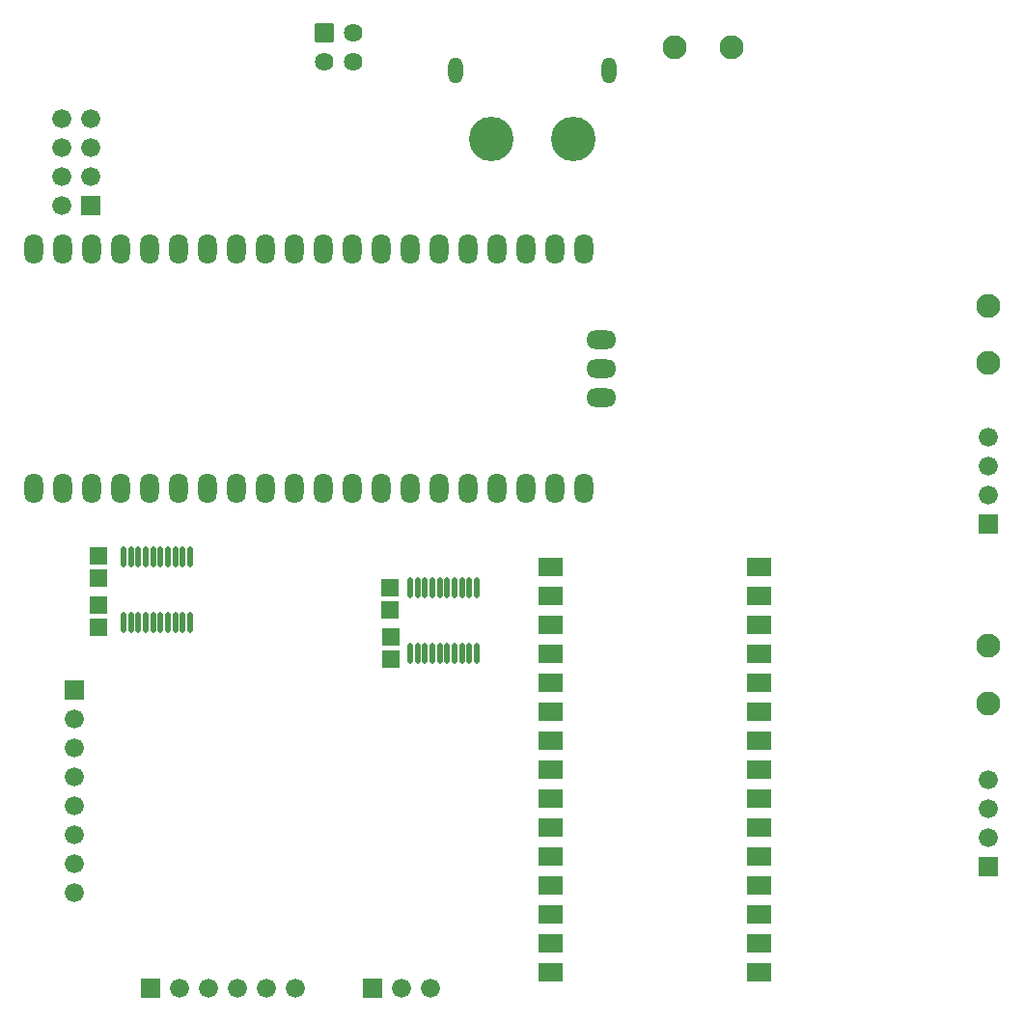
<source format=gbs>
G04 Layer: BottomSolderMaskLayer*
G04 EasyEDA v6.5.48, 2025-01-21 22:01:40*
G04 ce5bcd5d7360488599399ea35ca3f730,208856bd7ad64deca1bfdec547b981c7,10*
G04 Gerber Generator version 0.2*
G04 Scale: 100 percent, Rotated: No, Reflected: No *
G04 Dimensions in millimeters *
G04 leading zeros omitted , absolute positions ,4 integer and 5 decimal *
%FSLAX45Y45*%
%MOMM*%

%AMMACRO1*4,1,8,-0.6961,-0.7558,-0.7258,-0.726,-0.7258,0.7261,-0.6961,0.7558,0.696,0.7558,0.7258,0.7261,0.7258,-0.726,0.696,-0.7558,-0.6961,-0.7558,0*%
%AMMACRO2*4,1,8,-0.8085,-0.8382,-0.8382,-0.8084,-0.8382,0.8085,-0.8085,0.8382,0.8084,0.8382,0.8382,0.8085,0.8382,-0.8084,0.8084,-0.8382,-0.8085,-0.8382,0*%
%AMMACRO3*4,1,8,-0.7831,-0.8128,-0.8128,-0.783,-0.8128,0.7831,-0.7831,0.8128,0.783,0.8128,0.8128,0.7831,0.8128,-0.783,0.783,-0.8128,-0.7831,-0.8128,0*%
%ADD10MACRO1*%
%ADD11O,0.4656074X1.8436082*%
%ADD12O,2.6416X1.6256000000000002*%
%ADD13O,1.6256000000000002X2.6416*%
%ADD14O,1.3000228X2.3000208*%
%ADD15C,3.9000*%
%ADD16MACRO2*%
%ADD17C,1.6764*%
%ADD18MACRO3*%
%ADD19C,1.6256*%
%ADD20C,2.1016*%
%ADD21C,0.0104*%

%LPD*%
D10*
G01*
X698500Y-5586402D03*
G01*
X698500Y-5386397D03*
G01*
X3251200Y-5434002D03*
G01*
X3251200Y-5233997D03*
G01*
X698500Y-5154602D03*
G01*
X698500Y-4954597D03*
G01*
X3263900Y-5865802D03*
G01*
X3263900Y-5665797D03*
D11*
G01*
X3428593Y-5237403D03*
G01*
X3493592Y-5237403D03*
G01*
X3558590Y-5237403D03*
G01*
X3623589Y-5237403D03*
G01*
X3688613Y-5237403D03*
G01*
X3753611Y-5237403D03*
G01*
X3818610Y-5237403D03*
G01*
X3883609Y-5237403D03*
G01*
X3948607Y-5237403D03*
G01*
X4013606Y-5237403D03*
G01*
X3428593Y-5811596D03*
G01*
X3493592Y-5811596D03*
G01*
X3558590Y-5811596D03*
G01*
X3623589Y-5811596D03*
G01*
X3688613Y-5811596D03*
G01*
X3753611Y-5811596D03*
G01*
X3818610Y-5811596D03*
G01*
X3883609Y-5811596D03*
G01*
X3948607Y-5811596D03*
G01*
X4013606Y-5811596D03*
D12*
G01*
X5105400Y-3568700D03*
D13*
G01*
X127000Y-2264689D03*
G01*
X381000Y-2264689D03*
G01*
X635000Y-2264689D03*
G01*
X889000Y-2264689D03*
G01*
X1143000Y-2264689D03*
G01*
X1397000Y-2264689D03*
G01*
X1651000Y-2264689D03*
G01*
X1905000Y-2264689D03*
G01*
X2159000Y-2264689D03*
G01*
X2413000Y-2264689D03*
G01*
X2667000Y-2264689D03*
G01*
X2921000Y-2264689D03*
G01*
X3175000Y-2264689D03*
G01*
X3429000Y-2264689D03*
G01*
X3683000Y-2264689D03*
G01*
X3937000Y-2264689D03*
G01*
X4191000Y-2264689D03*
G01*
X4445000Y-2264689D03*
G01*
X4699000Y-2264689D03*
G01*
X4953000Y-2264689D03*
G01*
X4953000Y-4364710D03*
G01*
X4699000Y-4364710D03*
G01*
X4445000Y-4364710D03*
G01*
X4191000Y-4364710D03*
G01*
X3937000Y-4364710D03*
G01*
X3683000Y-4364710D03*
G01*
X3429000Y-4364710D03*
G01*
X3175000Y-4364710D03*
G01*
X2921000Y-4364710D03*
G01*
X2667000Y-4364710D03*
G01*
X2413000Y-4364710D03*
G01*
X2159000Y-4364710D03*
G01*
X1905000Y-4364710D03*
G01*
X1651000Y-4364710D03*
G01*
X1397000Y-4364710D03*
G01*
X1143000Y-4364710D03*
G01*
X889000Y-4364710D03*
G01*
X635000Y-4364710D03*
G01*
X381000Y-4364710D03*
G01*
X127000Y-4364710D03*
D12*
G01*
X5105400Y-3060700D03*
G01*
X5105400Y-3314700D03*
G36*
X4559300Y-5135879D02*
G01*
X4558802Y-5135854D01*
X4558309Y-5135783D01*
X4557824Y-5135661D01*
X4557356Y-5135493D01*
X4556904Y-5135280D01*
X4556478Y-5135024D01*
X4556076Y-5134726D01*
X4555708Y-5134391D01*
X4555373Y-5134023D01*
X4555075Y-5133621D01*
X4554819Y-5133195D01*
X4554606Y-5132743D01*
X4554438Y-5132275D01*
X4554316Y-5131790D01*
X4554245Y-5131297D01*
X4554220Y-5130800D01*
X4554220Y-4978400D01*
X4554245Y-4977902D01*
X4554316Y-4977409D01*
X4554438Y-4976924D01*
X4554606Y-4976456D01*
X4554819Y-4976004D01*
X4555075Y-4975578D01*
X4555373Y-4975176D01*
X4555708Y-4974808D01*
X4556076Y-4974473D01*
X4556478Y-4974175D01*
X4556904Y-4973919D01*
X4557356Y-4973706D01*
X4557824Y-4973538D01*
X4558309Y-4973416D01*
X4558802Y-4973345D01*
X4559300Y-4973320D01*
X4762500Y-4973320D01*
X4762997Y-4973345D01*
X4763490Y-4973416D01*
X4763975Y-4973538D01*
X4764443Y-4973706D01*
X4764895Y-4973919D01*
X4765321Y-4974175D01*
X4765723Y-4974473D01*
X4766091Y-4974808D01*
X4766426Y-4975176D01*
X4766724Y-4975578D01*
X4766980Y-4976004D01*
X4767193Y-4976456D01*
X4767361Y-4976924D01*
X4767483Y-4977409D01*
X4767554Y-4977902D01*
X4767579Y-4978400D01*
X4767579Y-5130800D01*
X4767554Y-5131297D01*
X4767483Y-5131790D01*
X4767361Y-5132275D01*
X4767193Y-5132743D01*
X4766980Y-5133195D01*
X4766724Y-5133621D01*
X4766426Y-5134023D01*
X4766091Y-5134391D01*
X4765723Y-5134726D01*
X4765321Y-5135024D01*
X4764895Y-5135280D01*
X4764443Y-5135493D01*
X4763975Y-5135661D01*
X4763490Y-5135783D01*
X4762997Y-5135854D01*
X4762500Y-5135879D01*
G37*
G36*
X4559300Y-5389879D02*
G01*
X4558802Y-5389854D01*
X4558309Y-5389783D01*
X4557824Y-5389661D01*
X4557356Y-5389493D01*
X4556904Y-5389280D01*
X4556478Y-5389024D01*
X4556076Y-5388726D01*
X4555708Y-5388391D01*
X4555373Y-5388023D01*
X4555075Y-5387621D01*
X4554819Y-5387195D01*
X4554606Y-5386743D01*
X4554438Y-5386275D01*
X4554316Y-5385790D01*
X4554245Y-5385297D01*
X4554220Y-5384800D01*
X4554220Y-5232400D01*
X4554245Y-5231902D01*
X4554316Y-5231409D01*
X4554438Y-5230924D01*
X4554606Y-5230456D01*
X4554819Y-5230004D01*
X4555075Y-5229578D01*
X4555373Y-5229176D01*
X4555708Y-5228808D01*
X4556076Y-5228473D01*
X4556478Y-5228175D01*
X4556904Y-5227919D01*
X4557356Y-5227706D01*
X4557824Y-5227538D01*
X4558309Y-5227416D01*
X4558802Y-5227345D01*
X4559300Y-5227320D01*
X4762500Y-5227320D01*
X4762997Y-5227345D01*
X4763490Y-5227416D01*
X4763975Y-5227538D01*
X4764443Y-5227706D01*
X4764895Y-5227919D01*
X4765321Y-5228175D01*
X4765723Y-5228473D01*
X4766091Y-5228808D01*
X4766426Y-5229176D01*
X4766724Y-5229578D01*
X4766980Y-5230004D01*
X4767193Y-5230456D01*
X4767361Y-5230924D01*
X4767483Y-5231409D01*
X4767554Y-5231902D01*
X4767579Y-5232400D01*
X4767579Y-5384800D01*
X4767554Y-5385297D01*
X4767483Y-5385790D01*
X4767361Y-5386275D01*
X4767193Y-5386743D01*
X4766980Y-5387195D01*
X4766724Y-5387621D01*
X4766426Y-5388023D01*
X4766091Y-5388391D01*
X4765723Y-5388726D01*
X4765321Y-5389024D01*
X4764895Y-5389280D01*
X4764443Y-5389493D01*
X4763975Y-5389661D01*
X4763490Y-5389783D01*
X4762997Y-5389854D01*
X4762500Y-5389879D01*
G37*
G36*
X4559300Y-5643879D02*
G01*
X4558802Y-5643854D01*
X4558309Y-5643783D01*
X4557824Y-5643661D01*
X4557356Y-5643493D01*
X4556904Y-5643280D01*
X4556478Y-5643024D01*
X4556076Y-5642726D01*
X4555708Y-5642391D01*
X4555373Y-5642023D01*
X4555075Y-5641621D01*
X4554819Y-5641195D01*
X4554606Y-5640743D01*
X4554438Y-5640275D01*
X4554316Y-5639790D01*
X4554245Y-5639297D01*
X4554220Y-5638800D01*
X4554220Y-5486400D01*
X4554245Y-5485902D01*
X4554316Y-5485409D01*
X4554438Y-5484924D01*
X4554606Y-5484456D01*
X4554819Y-5484004D01*
X4555075Y-5483578D01*
X4555373Y-5483176D01*
X4555708Y-5482808D01*
X4556076Y-5482473D01*
X4556478Y-5482175D01*
X4556904Y-5481919D01*
X4557356Y-5481706D01*
X4557824Y-5481538D01*
X4558309Y-5481416D01*
X4558802Y-5481345D01*
X4559300Y-5481320D01*
X4762500Y-5481320D01*
X4762997Y-5481345D01*
X4763490Y-5481416D01*
X4763975Y-5481538D01*
X4764443Y-5481706D01*
X4764895Y-5481919D01*
X4765321Y-5482175D01*
X4765723Y-5482473D01*
X4766091Y-5482808D01*
X4766426Y-5483176D01*
X4766724Y-5483578D01*
X4766980Y-5484004D01*
X4767193Y-5484456D01*
X4767361Y-5484924D01*
X4767483Y-5485409D01*
X4767554Y-5485902D01*
X4767579Y-5486400D01*
X4767579Y-5638800D01*
X4767554Y-5639297D01*
X4767483Y-5639790D01*
X4767361Y-5640275D01*
X4767193Y-5640743D01*
X4766980Y-5641195D01*
X4766724Y-5641621D01*
X4766426Y-5642023D01*
X4766091Y-5642391D01*
X4765723Y-5642726D01*
X4765321Y-5643024D01*
X4764895Y-5643280D01*
X4764443Y-5643493D01*
X4763975Y-5643661D01*
X4763490Y-5643783D01*
X4762997Y-5643854D01*
X4762500Y-5643879D01*
G37*
G36*
X4559300Y-5897879D02*
G01*
X4558802Y-5897854D01*
X4558309Y-5897783D01*
X4557824Y-5897661D01*
X4557356Y-5897493D01*
X4556904Y-5897280D01*
X4556478Y-5897024D01*
X4556076Y-5896726D01*
X4555708Y-5896391D01*
X4555373Y-5896023D01*
X4555075Y-5895621D01*
X4554819Y-5895195D01*
X4554606Y-5894743D01*
X4554438Y-5894275D01*
X4554316Y-5893790D01*
X4554245Y-5893297D01*
X4554220Y-5892800D01*
X4554220Y-5740400D01*
X4554245Y-5739902D01*
X4554316Y-5739409D01*
X4554438Y-5738924D01*
X4554606Y-5738456D01*
X4554819Y-5738004D01*
X4555075Y-5737578D01*
X4555373Y-5737176D01*
X4555708Y-5736808D01*
X4556076Y-5736473D01*
X4556478Y-5736175D01*
X4556904Y-5735919D01*
X4557356Y-5735706D01*
X4557824Y-5735538D01*
X4558309Y-5735416D01*
X4558802Y-5735345D01*
X4559300Y-5735320D01*
X4762500Y-5735320D01*
X4762997Y-5735345D01*
X4763490Y-5735416D01*
X4763975Y-5735538D01*
X4764443Y-5735706D01*
X4764895Y-5735919D01*
X4765321Y-5736175D01*
X4765723Y-5736473D01*
X4766091Y-5736808D01*
X4766426Y-5737176D01*
X4766724Y-5737578D01*
X4766980Y-5738004D01*
X4767193Y-5738456D01*
X4767361Y-5738924D01*
X4767483Y-5739409D01*
X4767554Y-5739902D01*
X4767579Y-5740400D01*
X4767579Y-5892800D01*
X4767554Y-5893297D01*
X4767483Y-5893790D01*
X4767361Y-5894275D01*
X4767193Y-5894743D01*
X4766980Y-5895195D01*
X4766724Y-5895621D01*
X4766426Y-5896023D01*
X4766091Y-5896391D01*
X4765723Y-5896726D01*
X4765321Y-5897024D01*
X4764895Y-5897280D01*
X4764443Y-5897493D01*
X4763975Y-5897661D01*
X4763490Y-5897783D01*
X4762997Y-5897854D01*
X4762500Y-5897879D01*
G37*
G36*
X4559300Y-6151879D02*
G01*
X4558802Y-6151854D01*
X4558309Y-6151783D01*
X4557824Y-6151661D01*
X4557356Y-6151493D01*
X4556904Y-6151280D01*
X4556478Y-6151024D01*
X4556076Y-6150726D01*
X4555708Y-6150391D01*
X4555373Y-6150023D01*
X4555075Y-6149621D01*
X4554819Y-6149195D01*
X4554606Y-6148743D01*
X4554438Y-6148275D01*
X4554316Y-6147790D01*
X4554245Y-6147297D01*
X4554220Y-6146800D01*
X4554220Y-5994400D01*
X4554245Y-5993902D01*
X4554316Y-5993409D01*
X4554438Y-5992924D01*
X4554606Y-5992456D01*
X4554819Y-5992004D01*
X4555075Y-5991578D01*
X4555373Y-5991176D01*
X4555708Y-5990808D01*
X4556076Y-5990473D01*
X4556478Y-5990175D01*
X4556904Y-5989919D01*
X4557356Y-5989706D01*
X4557824Y-5989538D01*
X4558309Y-5989416D01*
X4558802Y-5989345D01*
X4559300Y-5989320D01*
X4762500Y-5989320D01*
X4762997Y-5989345D01*
X4763490Y-5989416D01*
X4763975Y-5989538D01*
X4764443Y-5989706D01*
X4764895Y-5989919D01*
X4765321Y-5990175D01*
X4765723Y-5990473D01*
X4766091Y-5990808D01*
X4766426Y-5991176D01*
X4766724Y-5991578D01*
X4766980Y-5992004D01*
X4767193Y-5992456D01*
X4767361Y-5992924D01*
X4767483Y-5993409D01*
X4767554Y-5993902D01*
X4767579Y-5994400D01*
X4767579Y-6146800D01*
X4767554Y-6147297D01*
X4767483Y-6147790D01*
X4767361Y-6148275D01*
X4767193Y-6148743D01*
X4766980Y-6149195D01*
X4766724Y-6149621D01*
X4766426Y-6150023D01*
X4766091Y-6150391D01*
X4765723Y-6150726D01*
X4765321Y-6151024D01*
X4764895Y-6151280D01*
X4764443Y-6151493D01*
X4763975Y-6151661D01*
X4763490Y-6151783D01*
X4762997Y-6151854D01*
X4762500Y-6151879D01*
G37*
G36*
X4559300Y-6405879D02*
G01*
X4558802Y-6405854D01*
X4558309Y-6405783D01*
X4557824Y-6405661D01*
X4557356Y-6405493D01*
X4556904Y-6405280D01*
X4556478Y-6405024D01*
X4556076Y-6404726D01*
X4555708Y-6404391D01*
X4555373Y-6404023D01*
X4555075Y-6403621D01*
X4554819Y-6403195D01*
X4554606Y-6402743D01*
X4554438Y-6402275D01*
X4554316Y-6401790D01*
X4554245Y-6401297D01*
X4554220Y-6400800D01*
X4554220Y-6248400D01*
X4554245Y-6247902D01*
X4554316Y-6247409D01*
X4554438Y-6246924D01*
X4554606Y-6246456D01*
X4554819Y-6246004D01*
X4555075Y-6245578D01*
X4555373Y-6245176D01*
X4555708Y-6244808D01*
X4556076Y-6244473D01*
X4556478Y-6244175D01*
X4556904Y-6243919D01*
X4557356Y-6243706D01*
X4557824Y-6243538D01*
X4558309Y-6243416D01*
X4558802Y-6243345D01*
X4559300Y-6243320D01*
X4762500Y-6243320D01*
X4762997Y-6243345D01*
X4763490Y-6243416D01*
X4763975Y-6243538D01*
X4764443Y-6243706D01*
X4764895Y-6243919D01*
X4765321Y-6244175D01*
X4765723Y-6244473D01*
X4766091Y-6244808D01*
X4766426Y-6245176D01*
X4766724Y-6245578D01*
X4766980Y-6246004D01*
X4767193Y-6246456D01*
X4767361Y-6246924D01*
X4767483Y-6247409D01*
X4767554Y-6247902D01*
X4767579Y-6248400D01*
X4767579Y-6400800D01*
X4767554Y-6401297D01*
X4767483Y-6401790D01*
X4767361Y-6402275D01*
X4767193Y-6402743D01*
X4766980Y-6403195D01*
X4766724Y-6403621D01*
X4766426Y-6404023D01*
X4766091Y-6404391D01*
X4765723Y-6404726D01*
X4765321Y-6405024D01*
X4764895Y-6405280D01*
X4764443Y-6405493D01*
X4763975Y-6405661D01*
X4763490Y-6405783D01*
X4762997Y-6405854D01*
X4762500Y-6405879D01*
G37*
G36*
X4559300Y-6659879D02*
G01*
X4558802Y-6659854D01*
X4558309Y-6659783D01*
X4557824Y-6659661D01*
X4557356Y-6659493D01*
X4556904Y-6659280D01*
X4556478Y-6659024D01*
X4556076Y-6658726D01*
X4555708Y-6658391D01*
X4555373Y-6658023D01*
X4555075Y-6657621D01*
X4554819Y-6657195D01*
X4554606Y-6656743D01*
X4554438Y-6656275D01*
X4554316Y-6655790D01*
X4554245Y-6655297D01*
X4554220Y-6654800D01*
X4554220Y-6502400D01*
X4554245Y-6501902D01*
X4554316Y-6501409D01*
X4554438Y-6500924D01*
X4554606Y-6500456D01*
X4554819Y-6500004D01*
X4555075Y-6499578D01*
X4555373Y-6499176D01*
X4555708Y-6498808D01*
X4556076Y-6498473D01*
X4556478Y-6498175D01*
X4556904Y-6497919D01*
X4557356Y-6497706D01*
X4557824Y-6497538D01*
X4558309Y-6497416D01*
X4558802Y-6497345D01*
X4559300Y-6497320D01*
X4762500Y-6497320D01*
X4762997Y-6497345D01*
X4763490Y-6497416D01*
X4763975Y-6497538D01*
X4764443Y-6497706D01*
X4764895Y-6497919D01*
X4765321Y-6498175D01*
X4765723Y-6498473D01*
X4766091Y-6498808D01*
X4766426Y-6499176D01*
X4766724Y-6499578D01*
X4766980Y-6500004D01*
X4767193Y-6500456D01*
X4767361Y-6500924D01*
X4767483Y-6501409D01*
X4767554Y-6501902D01*
X4767579Y-6502400D01*
X4767579Y-6654800D01*
X4767554Y-6655297D01*
X4767483Y-6655790D01*
X4767361Y-6656275D01*
X4767193Y-6656743D01*
X4766980Y-6657195D01*
X4766724Y-6657621D01*
X4766426Y-6658023D01*
X4766091Y-6658391D01*
X4765723Y-6658726D01*
X4765321Y-6659024D01*
X4764895Y-6659280D01*
X4764443Y-6659493D01*
X4763975Y-6659661D01*
X4763490Y-6659783D01*
X4762997Y-6659854D01*
X4762500Y-6659879D01*
G37*
G36*
X4559300Y-6913879D02*
G01*
X4558802Y-6913854D01*
X4558309Y-6913783D01*
X4557824Y-6913661D01*
X4557356Y-6913493D01*
X4556904Y-6913280D01*
X4556478Y-6913024D01*
X4556076Y-6912726D01*
X4555708Y-6912391D01*
X4555373Y-6912023D01*
X4555075Y-6911621D01*
X4554819Y-6911195D01*
X4554606Y-6910743D01*
X4554438Y-6910275D01*
X4554316Y-6909790D01*
X4554245Y-6909297D01*
X4554220Y-6908800D01*
X4554220Y-6756400D01*
X4554245Y-6755902D01*
X4554316Y-6755409D01*
X4554438Y-6754924D01*
X4554606Y-6754456D01*
X4554819Y-6754004D01*
X4555075Y-6753578D01*
X4555373Y-6753176D01*
X4555708Y-6752808D01*
X4556076Y-6752473D01*
X4556478Y-6752175D01*
X4556904Y-6751919D01*
X4557356Y-6751706D01*
X4557824Y-6751538D01*
X4558309Y-6751416D01*
X4558802Y-6751345D01*
X4559300Y-6751320D01*
X4762500Y-6751320D01*
X4762997Y-6751345D01*
X4763490Y-6751416D01*
X4763975Y-6751538D01*
X4764443Y-6751706D01*
X4764895Y-6751919D01*
X4765321Y-6752175D01*
X4765723Y-6752473D01*
X4766091Y-6752808D01*
X4766426Y-6753176D01*
X4766724Y-6753578D01*
X4766980Y-6754004D01*
X4767193Y-6754456D01*
X4767361Y-6754924D01*
X4767483Y-6755409D01*
X4767554Y-6755902D01*
X4767579Y-6756400D01*
X4767579Y-6908800D01*
X4767554Y-6909297D01*
X4767483Y-6909790D01*
X4767361Y-6910275D01*
X4767193Y-6910743D01*
X4766980Y-6911195D01*
X4766724Y-6911621D01*
X4766426Y-6912023D01*
X4766091Y-6912391D01*
X4765723Y-6912726D01*
X4765321Y-6913024D01*
X4764895Y-6913280D01*
X4764443Y-6913493D01*
X4763975Y-6913661D01*
X4763490Y-6913783D01*
X4762997Y-6913854D01*
X4762500Y-6913879D01*
G37*
G36*
X4559300Y-7167879D02*
G01*
X4558802Y-7167854D01*
X4558309Y-7167783D01*
X4557824Y-7167661D01*
X4557356Y-7167493D01*
X4556904Y-7167280D01*
X4556478Y-7167024D01*
X4556076Y-7166726D01*
X4555708Y-7166391D01*
X4555373Y-7166023D01*
X4555075Y-7165621D01*
X4554819Y-7165195D01*
X4554606Y-7164743D01*
X4554438Y-7164275D01*
X4554316Y-7163790D01*
X4554245Y-7163297D01*
X4554220Y-7162800D01*
X4554220Y-7010400D01*
X4554245Y-7009902D01*
X4554316Y-7009409D01*
X4554438Y-7008924D01*
X4554606Y-7008456D01*
X4554819Y-7008004D01*
X4555075Y-7007578D01*
X4555373Y-7007176D01*
X4555708Y-7006808D01*
X4556076Y-7006473D01*
X4556478Y-7006175D01*
X4556904Y-7005919D01*
X4557356Y-7005706D01*
X4557824Y-7005538D01*
X4558309Y-7005416D01*
X4558802Y-7005345D01*
X4559300Y-7005320D01*
X4762500Y-7005320D01*
X4762997Y-7005345D01*
X4763490Y-7005416D01*
X4763975Y-7005538D01*
X4764443Y-7005706D01*
X4764895Y-7005919D01*
X4765321Y-7006175D01*
X4765723Y-7006473D01*
X4766091Y-7006808D01*
X4766426Y-7007176D01*
X4766724Y-7007578D01*
X4766980Y-7008004D01*
X4767193Y-7008456D01*
X4767361Y-7008924D01*
X4767483Y-7009409D01*
X4767554Y-7009902D01*
X4767579Y-7010400D01*
X4767579Y-7162800D01*
X4767554Y-7163297D01*
X4767483Y-7163790D01*
X4767361Y-7164275D01*
X4767193Y-7164743D01*
X4766980Y-7165195D01*
X4766724Y-7165621D01*
X4766426Y-7166023D01*
X4766091Y-7166391D01*
X4765723Y-7166726D01*
X4765321Y-7167024D01*
X4764895Y-7167280D01*
X4764443Y-7167493D01*
X4763975Y-7167661D01*
X4763490Y-7167783D01*
X4762997Y-7167854D01*
X4762500Y-7167879D01*
G37*
G36*
X4559300Y-7421879D02*
G01*
X4558802Y-7421854D01*
X4558309Y-7421783D01*
X4557824Y-7421661D01*
X4557356Y-7421493D01*
X4556904Y-7421280D01*
X4556478Y-7421024D01*
X4556076Y-7420726D01*
X4555708Y-7420391D01*
X4555373Y-7420023D01*
X4555075Y-7419621D01*
X4554819Y-7419195D01*
X4554606Y-7418743D01*
X4554438Y-7418275D01*
X4554316Y-7417790D01*
X4554245Y-7417297D01*
X4554220Y-7416800D01*
X4554220Y-7264400D01*
X4554245Y-7263902D01*
X4554316Y-7263409D01*
X4554438Y-7262924D01*
X4554606Y-7262456D01*
X4554819Y-7262004D01*
X4555075Y-7261578D01*
X4555373Y-7261176D01*
X4555708Y-7260808D01*
X4556076Y-7260473D01*
X4556478Y-7260175D01*
X4556904Y-7259919D01*
X4557356Y-7259706D01*
X4557824Y-7259538D01*
X4558309Y-7259416D01*
X4558802Y-7259345D01*
X4559300Y-7259320D01*
X4762500Y-7259320D01*
X4762997Y-7259345D01*
X4763490Y-7259416D01*
X4763975Y-7259538D01*
X4764443Y-7259706D01*
X4764895Y-7259919D01*
X4765321Y-7260175D01*
X4765723Y-7260473D01*
X4766091Y-7260808D01*
X4766426Y-7261176D01*
X4766724Y-7261578D01*
X4766980Y-7262004D01*
X4767193Y-7262456D01*
X4767361Y-7262924D01*
X4767483Y-7263409D01*
X4767554Y-7263902D01*
X4767579Y-7264400D01*
X4767579Y-7416800D01*
X4767554Y-7417297D01*
X4767483Y-7417790D01*
X4767361Y-7418275D01*
X4767193Y-7418743D01*
X4766980Y-7419195D01*
X4766724Y-7419621D01*
X4766426Y-7420023D01*
X4766091Y-7420391D01*
X4765723Y-7420726D01*
X4765321Y-7421024D01*
X4764895Y-7421280D01*
X4764443Y-7421493D01*
X4763975Y-7421661D01*
X4763490Y-7421783D01*
X4762997Y-7421854D01*
X4762500Y-7421879D01*
G37*
G36*
X4559300Y-7675879D02*
G01*
X4558802Y-7675854D01*
X4558309Y-7675783D01*
X4557824Y-7675661D01*
X4557356Y-7675493D01*
X4556904Y-7675280D01*
X4556478Y-7675024D01*
X4556076Y-7674726D01*
X4555708Y-7674391D01*
X4555373Y-7674023D01*
X4555075Y-7673621D01*
X4554819Y-7673195D01*
X4554606Y-7672743D01*
X4554438Y-7672275D01*
X4554316Y-7671790D01*
X4554245Y-7671297D01*
X4554220Y-7670800D01*
X4554220Y-7518400D01*
X4554245Y-7517902D01*
X4554316Y-7517409D01*
X4554438Y-7516924D01*
X4554606Y-7516456D01*
X4554819Y-7516004D01*
X4555075Y-7515578D01*
X4555373Y-7515176D01*
X4555708Y-7514808D01*
X4556076Y-7514473D01*
X4556478Y-7514175D01*
X4556904Y-7513919D01*
X4557356Y-7513706D01*
X4557824Y-7513538D01*
X4558309Y-7513416D01*
X4558802Y-7513345D01*
X4559300Y-7513320D01*
X4762500Y-7513320D01*
X4762997Y-7513345D01*
X4763490Y-7513416D01*
X4763975Y-7513538D01*
X4764443Y-7513706D01*
X4764895Y-7513919D01*
X4765321Y-7514175D01*
X4765723Y-7514473D01*
X4766091Y-7514808D01*
X4766426Y-7515176D01*
X4766724Y-7515578D01*
X4766980Y-7516004D01*
X4767193Y-7516456D01*
X4767361Y-7516924D01*
X4767483Y-7517409D01*
X4767554Y-7517902D01*
X4767579Y-7518400D01*
X4767579Y-7670800D01*
X4767554Y-7671297D01*
X4767483Y-7671790D01*
X4767361Y-7672275D01*
X4767193Y-7672743D01*
X4766980Y-7673195D01*
X4766724Y-7673621D01*
X4766426Y-7674023D01*
X4766091Y-7674391D01*
X4765723Y-7674726D01*
X4765321Y-7675024D01*
X4764895Y-7675280D01*
X4764443Y-7675493D01*
X4763975Y-7675661D01*
X4763490Y-7675783D01*
X4762997Y-7675854D01*
X4762500Y-7675879D01*
G37*
G36*
X4559300Y-7929879D02*
G01*
X4558802Y-7929854D01*
X4558309Y-7929783D01*
X4557824Y-7929661D01*
X4557356Y-7929493D01*
X4556904Y-7929280D01*
X4556478Y-7929024D01*
X4556076Y-7928726D01*
X4555708Y-7928391D01*
X4555373Y-7928023D01*
X4555075Y-7927621D01*
X4554819Y-7927195D01*
X4554606Y-7926743D01*
X4554438Y-7926275D01*
X4554316Y-7925790D01*
X4554245Y-7925297D01*
X4554220Y-7924800D01*
X4554220Y-7772400D01*
X4554245Y-7771902D01*
X4554316Y-7771409D01*
X4554438Y-7770924D01*
X4554606Y-7770456D01*
X4554819Y-7770004D01*
X4555075Y-7769578D01*
X4555373Y-7769176D01*
X4555708Y-7768808D01*
X4556076Y-7768473D01*
X4556478Y-7768175D01*
X4556904Y-7767919D01*
X4557356Y-7767706D01*
X4557824Y-7767538D01*
X4558309Y-7767416D01*
X4558802Y-7767345D01*
X4559300Y-7767320D01*
X4762500Y-7767320D01*
X4762997Y-7767345D01*
X4763490Y-7767416D01*
X4763975Y-7767538D01*
X4764443Y-7767706D01*
X4764895Y-7767919D01*
X4765321Y-7768175D01*
X4765723Y-7768473D01*
X4766091Y-7768808D01*
X4766426Y-7769176D01*
X4766724Y-7769578D01*
X4766980Y-7770004D01*
X4767193Y-7770456D01*
X4767361Y-7770924D01*
X4767483Y-7771409D01*
X4767554Y-7771902D01*
X4767579Y-7772400D01*
X4767579Y-7924800D01*
X4767554Y-7925297D01*
X4767483Y-7925790D01*
X4767361Y-7926275D01*
X4767193Y-7926743D01*
X4766980Y-7927195D01*
X4766724Y-7927621D01*
X4766426Y-7928023D01*
X4766091Y-7928391D01*
X4765723Y-7928726D01*
X4765321Y-7929024D01*
X4764895Y-7929280D01*
X4764443Y-7929493D01*
X4763975Y-7929661D01*
X4763490Y-7929783D01*
X4762997Y-7929854D01*
X4762500Y-7929879D01*
G37*
G36*
X4559300Y-8183879D02*
G01*
X4558802Y-8183854D01*
X4558309Y-8183783D01*
X4557824Y-8183661D01*
X4557356Y-8183493D01*
X4556904Y-8183280D01*
X4556478Y-8183024D01*
X4556076Y-8182726D01*
X4555708Y-8182391D01*
X4555373Y-8182023D01*
X4555075Y-8181621D01*
X4554819Y-8181195D01*
X4554606Y-8180743D01*
X4554438Y-8180275D01*
X4554316Y-8179790D01*
X4554245Y-8179297D01*
X4554220Y-8178800D01*
X4554220Y-8026400D01*
X4554245Y-8025902D01*
X4554316Y-8025409D01*
X4554438Y-8024924D01*
X4554606Y-8024456D01*
X4554819Y-8024004D01*
X4555075Y-8023578D01*
X4555373Y-8023176D01*
X4555708Y-8022808D01*
X4556076Y-8022473D01*
X4556478Y-8022175D01*
X4556904Y-8021919D01*
X4557356Y-8021706D01*
X4557824Y-8021538D01*
X4558309Y-8021416D01*
X4558802Y-8021345D01*
X4559300Y-8021320D01*
X4762500Y-8021320D01*
X4762997Y-8021345D01*
X4763490Y-8021416D01*
X4763975Y-8021538D01*
X4764443Y-8021706D01*
X4764895Y-8021919D01*
X4765321Y-8022175D01*
X4765723Y-8022473D01*
X4766091Y-8022808D01*
X4766426Y-8023176D01*
X4766724Y-8023578D01*
X4766980Y-8024004D01*
X4767193Y-8024456D01*
X4767361Y-8024924D01*
X4767483Y-8025409D01*
X4767554Y-8025902D01*
X4767579Y-8026400D01*
X4767579Y-8178800D01*
X4767554Y-8179297D01*
X4767483Y-8179790D01*
X4767361Y-8180275D01*
X4767193Y-8180743D01*
X4766980Y-8181195D01*
X4766724Y-8181621D01*
X4766426Y-8182023D01*
X4766091Y-8182391D01*
X4765723Y-8182726D01*
X4765321Y-8183024D01*
X4764895Y-8183280D01*
X4764443Y-8183493D01*
X4763975Y-8183661D01*
X4763490Y-8183783D01*
X4762997Y-8183854D01*
X4762500Y-8183879D01*
G37*
G36*
X4559300Y-8437879D02*
G01*
X4558802Y-8437854D01*
X4558309Y-8437783D01*
X4557824Y-8437661D01*
X4557356Y-8437493D01*
X4556904Y-8437280D01*
X4556478Y-8437024D01*
X4556076Y-8436726D01*
X4555708Y-8436391D01*
X4555373Y-8436023D01*
X4555075Y-8435621D01*
X4554819Y-8435195D01*
X4554606Y-8434743D01*
X4554438Y-8434275D01*
X4554316Y-8433790D01*
X4554245Y-8433297D01*
X4554220Y-8432800D01*
X4554220Y-8280400D01*
X4554245Y-8279902D01*
X4554316Y-8279409D01*
X4554438Y-8278924D01*
X4554606Y-8278456D01*
X4554819Y-8278004D01*
X4555075Y-8277578D01*
X4555373Y-8277176D01*
X4555708Y-8276808D01*
X4556076Y-8276473D01*
X4556478Y-8276175D01*
X4556904Y-8275919D01*
X4557356Y-8275706D01*
X4557824Y-8275538D01*
X4558309Y-8275416D01*
X4558802Y-8275345D01*
X4559300Y-8275320D01*
X4762500Y-8275320D01*
X4762997Y-8275345D01*
X4763490Y-8275416D01*
X4763975Y-8275538D01*
X4764443Y-8275706D01*
X4764895Y-8275919D01*
X4765321Y-8276175D01*
X4765723Y-8276473D01*
X4766091Y-8276808D01*
X4766426Y-8277176D01*
X4766724Y-8277578D01*
X4766980Y-8278004D01*
X4767193Y-8278456D01*
X4767361Y-8278924D01*
X4767483Y-8279409D01*
X4767554Y-8279902D01*
X4767579Y-8280400D01*
X4767579Y-8432800D01*
X4767554Y-8433297D01*
X4767483Y-8433790D01*
X4767361Y-8434275D01*
X4767193Y-8434743D01*
X4766980Y-8435195D01*
X4766724Y-8435621D01*
X4766426Y-8436023D01*
X4766091Y-8436391D01*
X4765723Y-8436726D01*
X4765321Y-8437024D01*
X4764895Y-8437280D01*
X4764443Y-8437493D01*
X4763975Y-8437661D01*
X4763490Y-8437783D01*
X4762997Y-8437854D01*
X4762500Y-8437879D01*
G37*
G36*
X4559300Y-8691879D02*
G01*
X4558802Y-8691854D01*
X4558309Y-8691783D01*
X4557824Y-8691661D01*
X4557356Y-8691493D01*
X4556904Y-8691280D01*
X4556478Y-8691024D01*
X4556076Y-8690726D01*
X4555708Y-8690391D01*
X4555373Y-8690023D01*
X4555075Y-8689621D01*
X4554819Y-8689195D01*
X4554606Y-8688743D01*
X4554438Y-8688275D01*
X4554316Y-8687790D01*
X4554245Y-8687297D01*
X4554220Y-8686800D01*
X4554220Y-8534400D01*
X4554245Y-8533902D01*
X4554316Y-8533409D01*
X4554438Y-8532924D01*
X4554606Y-8532456D01*
X4554819Y-8532004D01*
X4555075Y-8531578D01*
X4555373Y-8531176D01*
X4555708Y-8530808D01*
X4556076Y-8530473D01*
X4556478Y-8530175D01*
X4556904Y-8529919D01*
X4557356Y-8529706D01*
X4557824Y-8529538D01*
X4558309Y-8529416D01*
X4558802Y-8529345D01*
X4559300Y-8529320D01*
X4762500Y-8529320D01*
X4762997Y-8529345D01*
X4763490Y-8529416D01*
X4763975Y-8529538D01*
X4764443Y-8529706D01*
X4764895Y-8529919D01*
X4765321Y-8530175D01*
X4765723Y-8530473D01*
X4766091Y-8530808D01*
X4766426Y-8531176D01*
X4766724Y-8531578D01*
X4766980Y-8532004D01*
X4767193Y-8532456D01*
X4767361Y-8532924D01*
X4767483Y-8533409D01*
X4767554Y-8533902D01*
X4767579Y-8534400D01*
X4767579Y-8686800D01*
X4767554Y-8687297D01*
X4767483Y-8687790D01*
X4767361Y-8688275D01*
X4767193Y-8688743D01*
X4766980Y-8689195D01*
X4766724Y-8689621D01*
X4766426Y-8690023D01*
X4766091Y-8690391D01*
X4765723Y-8690726D01*
X4765321Y-8691024D01*
X4764895Y-8691280D01*
X4764443Y-8691493D01*
X4763975Y-8691661D01*
X4763490Y-8691783D01*
X4762997Y-8691854D01*
X4762500Y-8691879D01*
G37*
G36*
X6388100Y-8691879D02*
G01*
X6387602Y-8691854D01*
X6387109Y-8691783D01*
X6386624Y-8691661D01*
X6386156Y-8691493D01*
X6385704Y-8691280D01*
X6385278Y-8691024D01*
X6384876Y-8690726D01*
X6384508Y-8690391D01*
X6384173Y-8690023D01*
X6383875Y-8689621D01*
X6383619Y-8689195D01*
X6383406Y-8688743D01*
X6383238Y-8688275D01*
X6383116Y-8687790D01*
X6383045Y-8687297D01*
X6383020Y-8686800D01*
X6383020Y-8534400D01*
X6383045Y-8533902D01*
X6383116Y-8533409D01*
X6383238Y-8532924D01*
X6383406Y-8532456D01*
X6383619Y-8532004D01*
X6383875Y-8531578D01*
X6384173Y-8531176D01*
X6384508Y-8530808D01*
X6384876Y-8530473D01*
X6385278Y-8530175D01*
X6385704Y-8529919D01*
X6386156Y-8529706D01*
X6386624Y-8529538D01*
X6387109Y-8529416D01*
X6387602Y-8529345D01*
X6388100Y-8529320D01*
X6591300Y-8529320D01*
X6591797Y-8529345D01*
X6592290Y-8529416D01*
X6592775Y-8529538D01*
X6593243Y-8529706D01*
X6593695Y-8529919D01*
X6594121Y-8530175D01*
X6594523Y-8530473D01*
X6594891Y-8530808D01*
X6595226Y-8531176D01*
X6595524Y-8531578D01*
X6595780Y-8532004D01*
X6595993Y-8532456D01*
X6596161Y-8532924D01*
X6596283Y-8533409D01*
X6596354Y-8533902D01*
X6596379Y-8534400D01*
X6596379Y-8686800D01*
X6596354Y-8687297D01*
X6596283Y-8687790D01*
X6596161Y-8688275D01*
X6595993Y-8688743D01*
X6595780Y-8689195D01*
X6595524Y-8689621D01*
X6595226Y-8690023D01*
X6594891Y-8690391D01*
X6594523Y-8690726D01*
X6594121Y-8691024D01*
X6593695Y-8691280D01*
X6593243Y-8691493D01*
X6592775Y-8691661D01*
X6592290Y-8691783D01*
X6591797Y-8691854D01*
X6591300Y-8691879D01*
G37*
G36*
X6388100Y-8437879D02*
G01*
X6387602Y-8437854D01*
X6387109Y-8437783D01*
X6386624Y-8437661D01*
X6386156Y-8437493D01*
X6385704Y-8437280D01*
X6385278Y-8437024D01*
X6384876Y-8436726D01*
X6384508Y-8436391D01*
X6384173Y-8436023D01*
X6383875Y-8435621D01*
X6383619Y-8435195D01*
X6383406Y-8434743D01*
X6383238Y-8434275D01*
X6383116Y-8433790D01*
X6383045Y-8433297D01*
X6383020Y-8432800D01*
X6383020Y-8280400D01*
X6383045Y-8279902D01*
X6383116Y-8279409D01*
X6383238Y-8278924D01*
X6383406Y-8278456D01*
X6383619Y-8278004D01*
X6383875Y-8277578D01*
X6384173Y-8277176D01*
X6384508Y-8276808D01*
X6384876Y-8276473D01*
X6385278Y-8276175D01*
X6385704Y-8275919D01*
X6386156Y-8275706D01*
X6386624Y-8275538D01*
X6387109Y-8275416D01*
X6387602Y-8275345D01*
X6388100Y-8275320D01*
X6591300Y-8275320D01*
X6591797Y-8275345D01*
X6592290Y-8275416D01*
X6592775Y-8275538D01*
X6593243Y-8275706D01*
X6593695Y-8275919D01*
X6594121Y-8276175D01*
X6594523Y-8276473D01*
X6594891Y-8276808D01*
X6595226Y-8277176D01*
X6595524Y-8277578D01*
X6595780Y-8278004D01*
X6595993Y-8278456D01*
X6596161Y-8278924D01*
X6596283Y-8279409D01*
X6596354Y-8279902D01*
X6596379Y-8280400D01*
X6596379Y-8432800D01*
X6596354Y-8433297D01*
X6596283Y-8433790D01*
X6596161Y-8434275D01*
X6595993Y-8434743D01*
X6595780Y-8435195D01*
X6595524Y-8435621D01*
X6595226Y-8436023D01*
X6594891Y-8436391D01*
X6594523Y-8436726D01*
X6594121Y-8437024D01*
X6593695Y-8437280D01*
X6593243Y-8437493D01*
X6592775Y-8437661D01*
X6592290Y-8437783D01*
X6591797Y-8437854D01*
X6591300Y-8437879D01*
G37*
G36*
X6388100Y-8183879D02*
G01*
X6387602Y-8183854D01*
X6387109Y-8183783D01*
X6386624Y-8183661D01*
X6386156Y-8183493D01*
X6385704Y-8183280D01*
X6385278Y-8183024D01*
X6384876Y-8182726D01*
X6384508Y-8182391D01*
X6384173Y-8182023D01*
X6383875Y-8181621D01*
X6383619Y-8181195D01*
X6383406Y-8180743D01*
X6383238Y-8180275D01*
X6383116Y-8179790D01*
X6383045Y-8179297D01*
X6383020Y-8178800D01*
X6383020Y-8026400D01*
X6383045Y-8025902D01*
X6383116Y-8025409D01*
X6383238Y-8024924D01*
X6383406Y-8024456D01*
X6383619Y-8024004D01*
X6383875Y-8023578D01*
X6384173Y-8023176D01*
X6384508Y-8022808D01*
X6384876Y-8022473D01*
X6385278Y-8022175D01*
X6385704Y-8021919D01*
X6386156Y-8021706D01*
X6386624Y-8021538D01*
X6387109Y-8021416D01*
X6387602Y-8021345D01*
X6388100Y-8021320D01*
X6591300Y-8021320D01*
X6591797Y-8021345D01*
X6592290Y-8021416D01*
X6592775Y-8021538D01*
X6593243Y-8021706D01*
X6593695Y-8021919D01*
X6594121Y-8022175D01*
X6594523Y-8022473D01*
X6594891Y-8022808D01*
X6595226Y-8023176D01*
X6595524Y-8023578D01*
X6595780Y-8024004D01*
X6595993Y-8024456D01*
X6596161Y-8024924D01*
X6596283Y-8025409D01*
X6596354Y-8025902D01*
X6596379Y-8026400D01*
X6596379Y-8178800D01*
X6596354Y-8179297D01*
X6596283Y-8179790D01*
X6596161Y-8180275D01*
X6595993Y-8180743D01*
X6595780Y-8181195D01*
X6595524Y-8181621D01*
X6595226Y-8182023D01*
X6594891Y-8182391D01*
X6594523Y-8182726D01*
X6594121Y-8183024D01*
X6593695Y-8183280D01*
X6593243Y-8183493D01*
X6592775Y-8183661D01*
X6592290Y-8183783D01*
X6591797Y-8183854D01*
X6591300Y-8183879D01*
G37*
G36*
X6388100Y-7929879D02*
G01*
X6387602Y-7929854D01*
X6387109Y-7929783D01*
X6386624Y-7929661D01*
X6386156Y-7929493D01*
X6385704Y-7929280D01*
X6385278Y-7929024D01*
X6384876Y-7928726D01*
X6384508Y-7928391D01*
X6384173Y-7928023D01*
X6383875Y-7927621D01*
X6383619Y-7927195D01*
X6383406Y-7926743D01*
X6383238Y-7926275D01*
X6383116Y-7925790D01*
X6383045Y-7925297D01*
X6383020Y-7924800D01*
X6383020Y-7772400D01*
X6383045Y-7771902D01*
X6383116Y-7771409D01*
X6383238Y-7770924D01*
X6383406Y-7770456D01*
X6383619Y-7770004D01*
X6383875Y-7769578D01*
X6384173Y-7769176D01*
X6384508Y-7768808D01*
X6384876Y-7768473D01*
X6385278Y-7768175D01*
X6385704Y-7767919D01*
X6386156Y-7767706D01*
X6386624Y-7767538D01*
X6387109Y-7767416D01*
X6387602Y-7767345D01*
X6388100Y-7767320D01*
X6591300Y-7767320D01*
X6591797Y-7767345D01*
X6592290Y-7767416D01*
X6592775Y-7767538D01*
X6593243Y-7767706D01*
X6593695Y-7767919D01*
X6594121Y-7768175D01*
X6594523Y-7768473D01*
X6594891Y-7768808D01*
X6595226Y-7769176D01*
X6595524Y-7769578D01*
X6595780Y-7770004D01*
X6595993Y-7770456D01*
X6596161Y-7770924D01*
X6596283Y-7771409D01*
X6596354Y-7771902D01*
X6596379Y-7772400D01*
X6596379Y-7924800D01*
X6596354Y-7925297D01*
X6596283Y-7925790D01*
X6596161Y-7926275D01*
X6595993Y-7926743D01*
X6595780Y-7927195D01*
X6595524Y-7927621D01*
X6595226Y-7928023D01*
X6594891Y-7928391D01*
X6594523Y-7928726D01*
X6594121Y-7929024D01*
X6593695Y-7929280D01*
X6593243Y-7929493D01*
X6592775Y-7929661D01*
X6592290Y-7929783D01*
X6591797Y-7929854D01*
X6591300Y-7929879D01*
G37*
G36*
X6388100Y-7675879D02*
G01*
X6387602Y-7675854D01*
X6387109Y-7675783D01*
X6386624Y-7675661D01*
X6386156Y-7675493D01*
X6385704Y-7675280D01*
X6385278Y-7675024D01*
X6384876Y-7674726D01*
X6384508Y-7674391D01*
X6384173Y-7674023D01*
X6383875Y-7673621D01*
X6383619Y-7673195D01*
X6383406Y-7672743D01*
X6383238Y-7672275D01*
X6383116Y-7671790D01*
X6383045Y-7671297D01*
X6383020Y-7670800D01*
X6383020Y-7518400D01*
X6383045Y-7517902D01*
X6383116Y-7517409D01*
X6383238Y-7516924D01*
X6383406Y-7516456D01*
X6383619Y-7516004D01*
X6383875Y-7515578D01*
X6384173Y-7515176D01*
X6384508Y-7514808D01*
X6384876Y-7514473D01*
X6385278Y-7514175D01*
X6385704Y-7513919D01*
X6386156Y-7513706D01*
X6386624Y-7513538D01*
X6387109Y-7513416D01*
X6387602Y-7513345D01*
X6388100Y-7513320D01*
X6591300Y-7513320D01*
X6591797Y-7513345D01*
X6592290Y-7513416D01*
X6592775Y-7513538D01*
X6593243Y-7513706D01*
X6593695Y-7513919D01*
X6594121Y-7514175D01*
X6594523Y-7514473D01*
X6594891Y-7514808D01*
X6595226Y-7515176D01*
X6595524Y-7515578D01*
X6595780Y-7516004D01*
X6595993Y-7516456D01*
X6596161Y-7516924D01*
X6596283Y-7517409D01*
X6596354Y-7517902D01*
X6596379Y-7518400D01*
X6596379Y-7670800D01*
X6596354Y-7671297D01*
X6596283Y-7671790D01*
X6596161Y-7672275D01*
X6595993Y-7672743D01*
X6595780Y-7673195D01*
X6595524Y-7673621D01*
X6595226Y-7674023D01*
X6594891Y-7674391D01*
X6594523Y-7674726D01*
X6594121Y-7675024D01*
X6593695Y-7675280D01*
X6593243Y-7675493D01*
X6592775Y-7675661D01*
X6592290Y-7675783D01*
X6591797Y-7675854D01*
X6591300Y-7675879D01*
G37*
G36*
X6388100Y-7421879D02*
G01*
X6387602Y-7421854D01*
X6387109Y-7421783D01*
X6386624Y-7421661D01*
X6386156Y-7421493D01*
X6385704Y-7421280D01*
X6385278Y-7421024D01*
X6384876Y-7420726D01*
X6384508Y-7420391D01*
X6384173Y-7420023D01*
X6383875Y-7419621D01*
X6383619Y-7419195D01*
X6383406Y-7418743D01*
X6383238Y-7418275D01*
X6383116Y-7417790D01*
X6383045Y-7417297D01*
X6383020Y-7416800D01*
X6383020Y-7264400D01*
X6383045Y-7263902D01*
X6383116Y-7263409D01*
X6383238Y-7262924D01*
X6383406Y-7262456D01*
X6383619Y-7262004D01*
X6383875Y-7261578D01*
X6384173Y-7261176D01*
X6384508Y-7260808D01*
X6384876Y-7260473D01*
X6385278Y-7260175D01*
X6385704Y-7259919D01*
X6386156Y-7259706D01*
X6386624Y-7259538D01*
X6387109Y-7259416D01*
X6387602Y-7259345D01*
X6388100Y-7259320D01*
X6591300Y-7259320D01*
X6591797Y-7259345D01*
X6592290Y-7259416D01*
X6592775Y-7259538D01*
X6593243Y-7259706D01*
X6593695Y-7259919D01*
X6594121Y-7260175D01*
X6594523Y-7260473D01*
X6594891Y-7260808D01*
X6595226Y-7261176D01*
X6595524Y-7261578D01*
X6595780Y-7262004D01*
X6595993Y-7262456D01*
X6596161Y-7262924D01*
X6596283Y-7263409D01*
X6596354Y-7263902D01*
X6596379Y-7264400D01*
X6596379Y-7416800D01*
X6596354Y-7417297D01*
X6596283Y-7417790D01*
X6596161Y-7418275D01*
X6595993Y-7418743D01*
X6595780Y-7419195D01*
X6595524Y-7419621D01*
X6595226Y-7420023D01*
X6594891Y-7420391D01*
X6594523Y-7420726D01*
X6594121Y-7421024D01*
X6593695Y-7421280D01*
X6593243Y-7421493D01*
X6592775Y-7421661D01*
X6592290Y-7421783D01*
X6591797Y-7421854D01*
X6591300Y-7421879D01*
G37*
G36*
X6388100Y-7167879D02*
G01*
X6387602Y-7167854D01*
X6387109Y-7167783D01*
X6386624Y-7167661D01*
X6386156Y-7167493D01*
X6385704Y-7167280D01*
X6385278Y-7167024D01*
X6384876Y-7166726D01*
X6384508Y-7166391D01*
X6384173Y-7166023D01*
X6383875Y-7165621D01*
X6383619Y-7165195D01*
X6383406Y-7164743D01*
X6383238Y-7164275D01*
X6383116Y-7163790D01*
X6383045Y-7163297D01*
X6383020Y-7162800D01*
X6383020Y-7010400D01*
X6383045Y-7009902D01*
X6383116Y-7009409D01*
X6383238Y-7008924D01*
X6383406Y-7008456D01*
X6383619Y-7008004D01*
X6383875Y-7007578D01*
X6384173Y-7007176D01*
X6384508Y-7006808D01*
X6384876Y-7006473D01*
X6385278Y-7006175D01*
X6385704Y-7005919D01*
X6386156Y-7005706D01*
X6386624Y-7005538D01*
X6387109Y-7005416D01*
X6387602Y-7005345D01*
X6388100Y-7005320D01*
X6591300Y-7005320D01*
X6591797Y-7005345D01*
X6592290Y-7005416D01*
X6592775Y-7005538D01*
X6593243Y-7005706D01*
X6593695Y-7005919D01*
X6594121Y-7006175D01*
X6594523Y-7006473D01*
X6594891Y-7006808D01*
X6595226Y-7007176D01*
X6595524Y-7007578D01*
X6595780Y-7008004D01*
X6595993Y-7008456D01*
X6596161Y-7008924D01*
X6596283Y-7009409D01*
X6596354Y-7009902D01*
X6596379Y-7010400D01*
X6596379Y-7162800D01*
X6596354Y-7163297D01*
X6596283Y-7163790D01*
X6596161Y-7164275D01*
X6595993Y-7164743D01*
X6595780Y-7165195D01*
X6595524Y-7165621D01*
X6595226Y-7166023D01*
X6594891Y-7166391D01*
X6594523Y-7166726D01*
X6594121Y-7167024D01*
X6593695Y-7167280D01*
X6593243Y-7167493D01*
X6592775Y-7167661D01*
X6592290Y-7167783D01*
X6591797Y-7167854D01*
X6591300Y-7167879D01*
G37*
G36*
X6388100Y-6913879D02*
G01*
X6387602Y-6913854D01*
X6387109Y-6913783D01*
X6386624Y-6913661D01*
X6386156Y-6913493D01*
X6385704Y-6913280D01*
X6385278Y-6913024D01*
X6384876Y-6912726D01*
X6384508Y-6912391D01*
X6384173Y-6912023D01*
X6383875Y-6911621D01*
X6383619Y-6911195D01*
X6383406Y-6910743D01*
X6383238Y-6910275D01*
X6383116Y-6909790D01*
X6383045Y-6909297D01*
X6383020Y-6908800D01*
X6383020Y-6756400D01*
X6383045Y-6755902D01*
X6383116Y-6755409D01*
X6383238Y-6754924D01*
X6383406Y-6754456D01*
X6383619Y-6754004D01*
X6383875Y-6753578D01*
X6384173Y-6753176D01*
X6384508Y-6752808D01*
X6384876Y-6752473D01*
X6385278Y-6752175D01*
X6385704Y-6751919D01*
X6386156Y-6751706D01*
X6386624Y-6751538D01*
X6387109Y-6751416D01*
X6387602Y-6751345D01*
X6388100Y-6751320D01*
X6591300Y-6751320D01*
X6591797Y-6751345D01*
X6592290Y-6751416D01*
X6592775Y-6751538D01*
X6593243Y-6751706D01*
X6593695Y-6751919D01*
X6594121Y-6752175D01*
X6594523Y-6752473D01*
X6594891Y-6752808D01*
X6595226Y-6753176D01*
X6595524Y-6753578D01*
X6595780Y-6754004D01*
X6595993Y-6754456D01*
X6596161Y-6754924D01*
X6596283Y-6755409D01*
X6596354Y-6755902D01*
X6596379Y-6756400D01*
X6596379Y-6908800D01*
X6596354Y-6909297D01*
X6596283Y-6909790D01*
X6596161Y-6910275D01*
X6595993Y-6910743D01*
X6595780Y-6911195D01*
X6595524Y-6911621D01*
X6595226Y-6912023D01*
X6594891Y-6912391D01*
X6594523Y-6912726D01*
X6594121Y-6913024D01*
X6593695Y-6913280D01*
X6593243Y-6913493D01*
X6592775Y-6913661D01*
X6592290Y-6913783D01*
X6591797Y-6913854D01*
X6591300Y-6913879D01*
G37*
G36*
X6388100Y-6659879D02*
G01*
X6387602Y-6659854D01*
X6387109Y-6659783D01*
X6386624Y-6659661D01*
X6386156Y-6659493D01*
X6385704Y-6659280D01*
X6385278Y-6659024D01*
X6384876Y-6658726D01*
X6384508Y-6658391D01*
X6384173Y-6658023D01*
X6383875Y-6657621D01*
X6383619Y-6657195D01*
X6383406Y-6656743D01*
X6383238Y-6656275D01*
X6383116Y-6655790D01*
X6383045Y-6655297D01*
X6383020Y-6654800D01*
X6383020Y-6502400D01*
X6383045Y-6501902D01*
X6383116Y-6501409D01*
X6383238Y-6500924D01*
X6383406Y-6500456D01*
X6383619Y-6500004D01*
X6383875Y-6499578D01*
X6384173Y-6499176D01*
X6384508Y-6498808D01*
X6384876Y-6498473D01*
X6385278Y-6498175D01*
X6385704Y-6497919D01*
X6386156Y-6497706D01*
X6386624Y-6497538D01*
X6387109Y-6497416D01*
X6387602Y-6497345D01*
X6388100Y-6497320D01*
X6591300Y-6497320D01*
X6591797Y-6497345D01*
X6592290Y-6497416D01*
X6592775Y-6497538D01*
X6593243Y-6497706D01*
X6593695Y-6497919D01*
X6594121Y-6498175D01*
X6594523Y-6498473D01*
X6594891Y-6498808D01*
X6595226Y-6499176D01*
X6595524Y-6499578D01*
X6595780Y-6500004D01*
X6595993Y-6500456D01*
X6596161Y-6500924D01*
X6596283Y-6501409D01*
X6596354Y-6501902D01*
X6596379Y-6502400D01*
X6596379Y-6654800D01*
X6596354Y-6655297D01*
X6596283Y-6655790D01*
X6596161Y-6656275D01*
X6595993Y-6656743D01*
X6595780Y-6657195D01*
X6595524Y-6657621D01*
X6595226Y-6658023D01*
X6594891Y-6658391D01*
X6594523Y-6658726D01*
X6594121Y-6659024D01*
X6593695Y-6659280D01*
X6593243Y-6659493D01*
X6592775Y-6659661D01*
X6592290Y-6659783D01*
X6591797Y-6659854D01*
X6591300Y-6659879D01*
G37*
G36*
X6388100Y-6405879D02*
G01*
X6387602Y-6405854D01*
X6387109Y-6405783D01*
X6386624Y-6405661D01*
X6386156Y-6405493D01*
X6385704Y-6405280D01*
X6385278Y-6405024D01*
X6384876Y-6404726D01*
X6384508Y-6404391D01*
X6384173Y-6404023D01*
X6383875Y-6403621D01*
X6383619Y-6403195D01*
X6383406Y-6402743D01*
X6383238Y-6402275D01*
X6383116Y-6401790D01*
X6383045Y-6401297D01*
X6383020Y-6400800D01*
X6383020Y-6248400D01*
X6383045Y-6247902D01*
X6383116Y-6247409D01*
X6383238Y-6246924D01*
X6383406Y-6246456D01*
X6383619Y-6246004D01*
X6383875Y-6245578D01*
X6384173Y-6245176D01*
X6384508Y-6244808D01*
X6384876Y-6244473D01*
X6385278Y-6244175D01*
X6385704Y-6243919D01*
X6386156Y-6243706D01*
X6386624Y-6243538D01*
X6387109Y-6243416D01*
X6387602Y-6243345D01*
X6388100Y-6243320D01*
X6591300Y-6243320D01*
X6591797Y-6243345D01*
X6592290Y-6243416D01*
X6592775Y-6243538D01*
X6593243Y-6243706D01*
X6593695Y-6243919D01*
X6594121Y-6244175D01*
X6594523Y-6244473D01*
X6594891Y-6244808D01*
X6595226Y-6245176D01*
X6595524Y-6245578D01*
X6595780Y-6246004D01*
X6595993Y-6246456D01*
X6596161Y-6246924D01*
X6596283Y-6247409D01*
X6596354Y-6247902D01*
X6596379Y-6248400D01*
X6596379Y-6400800D01*
X6596354Y-6401297D01*
X6596283Y-6401790D01*
X6596161Y-6402275D01*
X6595993Y-6402743D01*
X6595780Y-6403195D01*
X6595524Y-6403621D01*
X6595226Y-6404023D01*
X6594891Y-6404391D01*
X6594523Y-6404726D01*
X6594121Y-6405024D01*
X6593695Y-6405280D01*
X6593243Y-6405493D01*
X6592775Y-6405661D01*
X6592290Y-6405783D01*
X6591797Y-6405854D01*
X6591300Y-6405879D01*
G37*
G36*
X6388100Y-6151879D02*
G01*
X6387602Y-6151854D01*
X6387109Y-6151783D01*
X6386624Y-6151661D01*
X6386156Y-6151493D01*
X6385704Y-6151280D01*
X6385278Y-6151024D01*
X6384876Y-6150726D01*
X6384508Y-6150391D01*
X6384173Y-6150023D01*
X6383875Y-6149621D01*
X6383619Y-6149195D01*
X6383406Y-6148743D01*
X6383238Y-6148275D01*
X6383116Y-6147790D01*
X6383045Y-6147297D01*
X6383020Y-6146800D01*
X6383020Y-5994400D01*
X6383045Y-5993902D01*
X6383116Y-5993409D01*
X6383238Y-5992924D01*
X6383406Y-5992456D01*
X6383619Y-5992004D01*
X6383875Y-5991578D01*
X6384173Y-5991176D01*
X6384508Y-5990808D01*
X6384876Y-5990473D01*
X6385278Y-5990175D01*
X6385704Y-5989919D01*
X6386156Y-5989706D01*
X6386624Y-5989538D01*
X6387109Y-5989416D01*
X6387602Y-5989345D01*
X6388100Y-5989320D01*
X6591300Y-5989320D01*
X6591797Y-5989345D01*
X6592290Y-5989416D01*
X6592775Y-5989538D01*
X6593243Y-5989706D01*
X6593695Y-5989919D01*
X6594121Y-5990175D01*
X6594523Y-5990473D01*
X6594891Y-5990808D01*
X6595226Y-5991176D01*
X6595524Y-5991578D01*
X6595780Y-5992004D01*
X6595993Y-5992456D01*
X6596161Y-5992924D01*
X6596283Y-5993409D01*
X6596354Y-5993902D01*
X6596379Y-5994400D01*
X6596379Y-6146800D01*
X6596354Y-6147297D01*
X6596283Y-6147790D01*
X6596161Y-6148275D01*
X6595993Y-6148743D01*
X6595780Y-6149195D01*
X6595524Y-6149621D01*
X6595226Y-6150023D01*
X6594891Y-6150391D01*
X6594523Y-6150726D01*
X6594121Y-6151024D01*
X6593695Y-6151280D01*
X6593243Y-6151493D01*
X6592775Y-6151661D01*
X6592290Y-6151783D01*
X6591797Y-6151854D01*
X6591300Y-6151879D01*
G37*
G36*
X6388100Y-5897879D02*
G01*
X6387602Y-5897854D01*
X6387109Y-5897783D01*
X6386624Y-5897661D01*
X6386156Y-5897493D01*
X6385704Y-5897280D01*
X6385278Y-5897024D01*
X6384876Y-5896726D01*
X6384508Y-5896391D01*
X6384173Y-5896023D01*
X6383875Y-5895621D01*
X6383619Y-5895195D01*
X6383406Y-5894743D01*
X6383238Y-5894275D01*
X6383116Y-5893790D01*
X6383045Y-5893297D01*
X6383020Y-5892800D01*
X6383020Y-5740400D01*
X6383045Y-5739902D01*
X6383116Y-5739409D01*
X6383238Y-5738924D01*
X6383406Y-5738456D01*
X6383619Y-5738004D01*
X6383875Y-5737578D01*
X6384173Y-5737176D01*
X6384508Y-5736808D01*
X6384876Y-5736473D01*
X6385278Y-5736175D01*
X6385704Y-5735919D01*
X6386156Y-5735706D01*
X6386624Y-5735538D01*
X6387109Y-5735416D01*
X6387602Y-5735345D01*
X6388100Y-5735320D01*
X6591300Y-5735320D01*
X6591797Y-5735345D01*
X6592290Y-5735416D01*
X6592775Y-5735538D01*
X6593243Y-5735706D01*
X6593695Y-5735919D01*
X6594121Y-5736175D01*
X6594523Y-5736473D01*
X6594891Y-5736808D01*
X6595226Y-5737176D01*
X6595524Y-5737578D01*
X6595780Y-5738004D01*
X6595993Y-5738456D01*
X6596161Y-5738924D01*
X6596283Y-5739409D01*
X6596354Y-5739902D01*
X6596379Y-5740400D01*
X6596379Y-5892800D01*
X6596354Y-5893297D01*
X6596283Y-5893790D01*
X6596161Y-5894275D01*
X6595993Y-5894743D01*
X6595780Y-5895195D01*
X6595524Y-5895621D01*
X6595226Y-5896023D01*
X6594891Y-5896391D01*
X6594523Y-5896726D01*
X6594121Y-5897024D01*
X6593695Y-5897280D01*
X6593243Y-5897493D01*
X6592775Y-5897661D01*
X6592290Y-5897783D01*
X6591797Y-5897854D01*
X6591300Y-5897879D01*
G37*
G36*
X6388100Y-5643879D02*
G01*
X6387602Y-5643854D01*
X6387109Y-5643783D01*
X6386624Y-5643661D01*
X6386156Y-5643493D01*
X6385704Y-5643280D01*
X6385278Y-5643024D01*
X6384876Y-5642726D01*
X6384508Y-5642391D01*
X6384173Y-5642023D01*
X6383875Y-5641621D01*
X6383619Y-5641195D01*
X6383406Y-5640743D01*
X6383238Y-5640275D01*
X6383116Y-5639790D01*
X6383045Y-5639297D01*
X6383020Y-5638800D01*
X6383020Y-5486400D01*
X6383045Y-5485902D01*
X6383116Y-5485409D01*
X6383238Y-5484924D01*
X6383406Y-5484456D01*
X6383619Y-5484004D01*
X6383875Y-5483578D01*
X6384173Y-5483176D01*
X6384508Y-5482808D01*
X6384876Y-5482473D01*
X6385278Y-5482175D01*
X6385704Y-5481919D01*
X6386156Y-5481706D01*
X6386624Y-5481538D01*
X6387109Y-5481416D01*
X6387602Y-5481345D01*
X6388100Y-5481320D01*
X6591300Y-5481320D01*
X6591797Y-5481345D01*
X6592290Y-5481416D01*
X6592775Y-5481538D01*
X6593243Y-5481706D01*
X6593695Y-5481919D01*
X6594121Y-5482175D01*
X6594523Y-5482473D01*
X6594891Y-5482808D01*
X6595226Y-5483176D01*
X6595524Y-5483578D01*
X6595780Y-5484004D01*
X6595993Y-5484456D01*
X6596161Y-5484924D01*
X6596283Y-5485409D01*
X6596354Y-5485902D01*
X6596379Y-5486400D01*
X6596379Y-5638800D01*
X6596354Y-5639297D01*
X6596283Y-5639790D01*
X6596161Y-5640275D01*
X6595993Y-5640743D01*
X6595780Y-5641195D01*
X6595524Y-5641621D01*
X6595226Y-5642023D01*
X6594891Y-5642391D01*
X6594523Y-5642726D01*
X6594121Y-5643024D01*
X6593695Y-5643280D01*
X6593243Y-5643493D01*
X6592775Y-5643661D01*
X6592290Y-5643783D01*
X6591797Y-5643854D01*
X6591300Y-5643879D01*
G37*
G36*
X6388100Y-5389879D02*
G01*
X6387602Y-5389854D01*
X6387109Y-5389783D01*
X6386624Y-5389661D01*
X6386156Y-5389493D01*
X6385704Y-5389280D01*
X6385278Y-5389024D01*
X6384876Y-5388726D01*
X6384508Y-5388391D01*
X6384173Y-5388023D01*
X6383875Y-5387621D01*
X6383619Y-5387195D01*
X6383406Y-5386743D01*
X6383238Y-5386275D01*
X6383116Y-5385790D01*
X6383045Y-5385297D01*
X6383020Y-5384800D01*
X6383020Y-5232400D01*
X6383045Y-5231902D01*
X6383116Y-5231409D01*
X6383238Y-5230924D01*
X6383406Y-5230456D01*
X6383619Y-5230004D01*
X6383875Y-5229578D01*
X6384173Y-5229176D01*
X6384508Y-5228808D01*
X6384876Y-5228473D01*
X6385278Y-5228175D01*
X6385704Y-5227919D01*
X6386156Y-5227706D01*
X6386624Y-5227538D01*
X6387109Y-5227416D01*
X6387602Y-5227345D01*
X6388100Y-5227320D01*
X6591300Y-5227320D01*
X6591797Y-5227345D01*
X6592290Y-5227416D01*
X6592775Y-5227538D01*
X6593243Y-5227706D01*
X6593695Y-5227919D01*
X6594121Y-5228175D01*
X6594523Y-5228473D01*
X6594891Y-5228808D01*
X6595226Y-5229176D01*
X6595524Y-5229578D01*
X6595780Y-5230004D01*
X6595993Y-5230456D01*
X6596161Y-5230924D01*
X6596283Y-5231409D01*
X6596354Y-5231902D01*
X6596379Y-5232400D01*
X6596379Y-5384800D01*
X6596354Y-5385297D01*
X6596283Y-5385790D01*
X6596161Y-5386275D01*
X6595993Y-5386743D01*
X6595780Y-5387195D01*
X6595524Y-5387621D01*
X6595226Y-5388023D01*
X6594891Y-5388391D01*
X6594523Y-5388726D01*
X6594121Y-5389024D01*
X6593695Y-5389280D01*
X6593243Y-5389493D01*
X6592775Y-5389661D01*
X6592290Y-5389783D01*
X6591797Y-5389854D01*
X6591300Y-5389879D01*
G37*
G36*
X6388100Y-5135879D02*
G01*
X6387602Y-5135854D01*
X6387109Y-5135783D01*
X6386624Y-5135661D01*
X6386156Y-5135493D01*
X6385704Y-5135280D01*
X6385278Y-5135024D01*
X6384876Y-5134726D01*
X6384508Y-5134391D01*
X6384173Y-5134023D01*
X6383875Y-5133621D01*
X6383619Y-5133195D01*
X6383406Y-5132743D01*
X6383238Y-5132275D01*
X6383116Y-5131790D01*
X6383045Y-5131297D01*
X6383020Y-5130800D01*
X6383020Y-4978400D01*
X6383045Y-4977902D01*
X6383116Y-4977409D01*
X6383238Y-4976924D01*
X6383406Y-4976456D01*
X6383619Y-4976004D01*
X6383875Y-4975578D01*
X6384173Y-4975176D01*
X6384508Y-4974808D01*
X6384876Y-4974473D01*
X6385278Y-4974175D01*
X6385704Y-4973919D01*
X6386156Y-4973706D01*
X6386624Y-4973538D01*
X6387109Y-4973416D01*
X6387602Y-4973345D01*
X6388100Y-4973320D01*
X6591300Y-4973320D01*
X6591797Y-4973345D01*
X6592290Y-4973416D01*
X6592775Y-4973538D01*
X6593243Y-4973706D01*
X6593695Y-4973919D01*
X6594121Y-4974175D01*
X6594523Y-4974473D01*
X6594891Y-4974808D01*
X6595226Y-4975176D01*
X6595524Y-4975578D01*
X6595780Y-4976004D01*
X6595993Y-4976456D01*
X6596161Y-4976924D01*
X6596283Y-4977409D01*
X6596354Y-4977902D01*
X6596379Y-4978400D01*
X6596379Y-5130800D01*
X6596354Y-5131297D01*
X6596283Y-5131790D01*
X6596161Y-5132275D01*
X6595993Y-5132743D01*
X6595780Y-5133195D01*
X6595524Y-5133621D01*
X6595226Y-5134023D01*
X6594891Y-5134391D01*
X6594523Y-5134726D01*
X6594121Y-5135024D01*
X6593695Y-5135280D01*
X6593243Y-5135493D01*
X6592775Y-5135661D01*
X6592290Y-5135783D01*
X6591797Y-5135854D01*
X6591300Y-5135879D01*
G37*
D11*
G01*
X913993Y-4970703D03*
G01*
X978992Y-4970703D03*
G01*
X1043990Y-4970703D03*
G01*
X1108989Y-4970703D03*
G01*
X1174013Y-4970703D03*
G01*
X1239012Y-4970703D03*
G01*
X1304010Y-4970703D03*
G01*
X1369009Y-4970703D03*
G01*
X1434007Y-4970703D03*
G01*
X1499006Y-4970703D03*
G01*
X913993Y-5544896D03*
G01*
X978992Y-5544896D03*
G01*
X1043990Y-5544896D03*
G01*
X1108989Y-5544896D03*
G01*
X1174013Y-5544896D03*
G01*
X1239012Y-5544896D03*
G01*
X1304010Y-5544896D03*
G01*
X1369009Y-5544896D03*
G01*
X1434007Y-5544896D03*
G01*
X1499006Y-5544896D03*
D14*
G01*
X3824986Y-699998D03*
G01*
X5174995Y-699998D03*
D15*
G01*
X4139996Y-1299997D03*
G01*
X4859985Y-1299997D03*
D16*
G01*
X8499983Y-7680985D03*
D17*
G01*
X8499983Y-7426985D03*
G01*
X8499983Y-7172985D03*
G01*
X8499983Y-6918985D03*
D16*
G01*
X8499983Y-4680991D03*
D17*
G01*
X8499983Y-4426991D03*
G01*
X8499983Y-4172991D03*
G01*
X8499983Y-3918991D03*
D16*
G01*
X482600Y-6134100D03*
D17*
G01*
X482600Y-6388100D03*
G01*
X482600Y-6642100D03*
G01*
X482600Y-6896100D03*
G01*
X482600Y-7150100D03*
G01*
X482600Y-7404100D03*
G01*
X482600Y-7658100D03*
G01*
X482600Y-7912100D03*
G01*
X2425700Y-8750300D03*
G01*
X2171700Y-8750300D03*
G01*
X1917700Y-8750300D03*
G01*
X1663700Y-8750300D03*
G01*
X1409700Y-8750300D03*
D16*
G01*
X1155700Y-8750300D03*
D18*
G01*
X2672994Y-372999D03*
D19*
G01*
X2926994Y-372998D03*
G01*
X2672994Y-626998D03*
G01*
X2926994Y-626998D03*
D16*
G01*
X626999Y-1880997D03*
D17*
G01*
X372998Y-1880996D03*
G01*
X626998Y-1626996D03*
G01*
X372998Y-1626996D03*
G01*
X626998Y-1372996D03*
G01*
X372998Y-1372996D03*
G01*
X626998Y-1118996D03*
G01*
X372998Y-1118996D03*
G01*
X3606800Y-8750300D03*
G01*
X3352800Y-8750300D03*
D16*
G01*
X3098800Y-8750300D03*
D20*
G01*
X8499983Y-2767355D03*
G01*
X8499983Y-3268243D03*
G01*
X8499983Y-5749544D03*
G01*
X8499983Y-6250431D03*
G01*
X5749543Y-499998D03*
G01*
X6250431Y-499998D03*
M02*

</source>
